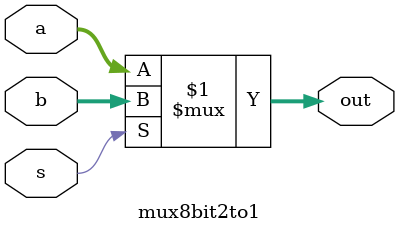
<source format=v>
module mux8bit2to1(a,b,s,out);
input [7:0]a,b;
input s;
output [7:0]out;
assign out = s?b:a;
endmodule

</source>
